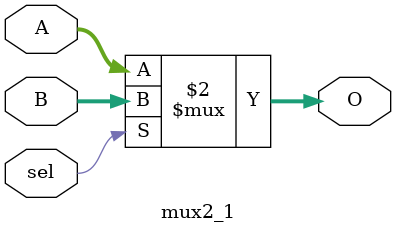
<source format=v>
`timescale 1ns / 1ps

module mux2_1(
    input   [3:0] A,
    input   [3:0] B,
    input   sel,
    output  [3:0] O
    );
    
    
    assign O = (~sel)? A : B;
    
endmodule

</source>
